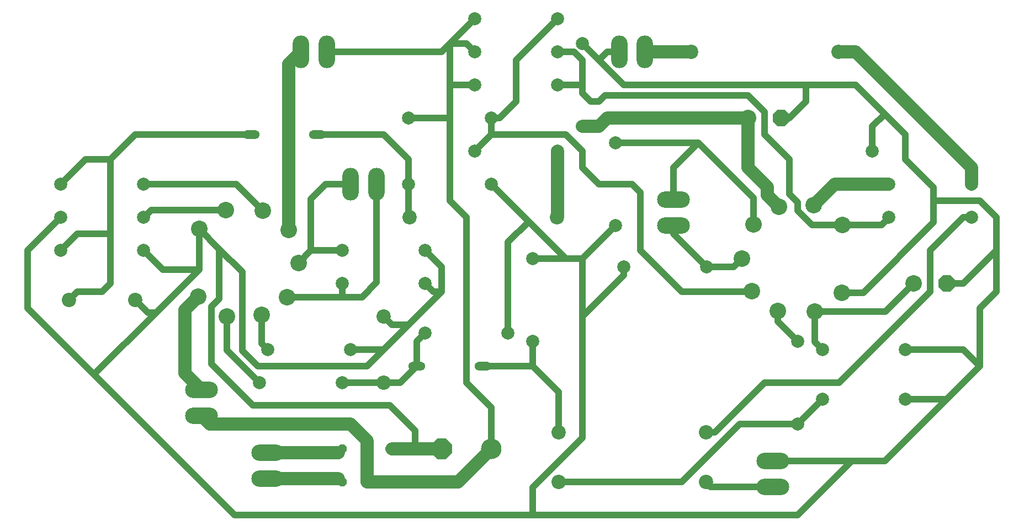
<source format=gbr>
%TF.GenerationSoftware,KiCad,Pcbnew,8.0.3*%
%TF.CreationDate,2024-07-11T22:05:08+03:00*%
%TF.ProjectId,main,6d61696e-2e6b-4696-9361-645f70636258,rev?*%
%TF.SameCoordinates,Original*%
%TF.FileFunction,Copper,L1,Top*%
%TF.FilePolarity,Positive*%
%FSLAX46Y46*%
G04 Gerber Fmt 4.6, Leading zero omitted, Abs format (unit mm)*
G04 Created by KiCad (PCBNEW 8.0.3) date 2024-07-11 22:05:08*
%MOMM*%
%LPD*%
G01*
G04 APERTURE LIST*
G04 Aperture macros list*
%AMOutline5P*
0 Free polygon, 5 corners , with rotation*
0 The origin of the aperture is its center*
0 number of corners: always 5*
0 $1 to $10 corner X, Y*
0 $11 Rotation angle, in degrees counterclockwise*
0 create outline with 5 corners*
4,1,5,$1,$2,$3,$4,$5,$6,$7,$8,$9,$10,$1,$2,$11*%
%AMOutline6P*
0 Free polygon, 6 corners , with rotation*
0 The origin of the aperture is its center*
0 number of corners: always 6*
0 $1 to $12 corner X, Y*
0 $13 Rotation angle, in degrees counterclockwise*
0 create outline with 6 corners*
4,1,6,$1,$2,$3,$4,$5,$6,$7,$8,$9,$10,$11,$12,$1,$2,$13*%
%AMOutline7P*
0 Free polygon, 7 corners , with rotation*
0 The origin of the aperture is its center*
0 number of corners: always 7*
0 $1 to $14 corner X, Y*
0 $15 Rotation angle, in degrees counterclockwise*
0 create outline with 7 corners*
4,1,7,$1,$2,$3,$4,$5,$6,$7,$8,$9,$10,$11,$12,$13,$14,$1,$2,$15*%
%AMOutline8P*
0 Free polygon, 8 corners , with rotation*
0 The origin of the aperture is its center*
0 number of corners: always 8*
0 $1 to $16 corner X, Y*
0 $17 Rotation angle, in degrees counterclockwise*
0 create outline with 8 corners*
4,1,8,$1,$2,$3,$4,$5,$6,$7,$8,$9,$10,$11,$12,$13,$14,$15,$16,$1,$2,$17*%
G04 Aperture macros list end*
%TA.AperFunction,ComponentPad*%
%ADD10C,2.000000*%
%TD*%
%TA.AperFunction,ComponentPad*%
%ADD11O,2.641600X1.320800*%
%TD*%
%TA.AperFunction,ComponentPad*%
%ADD12C,2.540000*%
%TD*%
%TA.AperFunction,ComponentPad*%
%ADD13O,5.029200X2.514600*%
%TD*%
%TA.AperFunction,ComponentPad*%
%ADD14C,3.149600*%
%TD*%
%TA.AperFunction,ComponentPad*%
%ADD15Outline8P,-1.574800X0.652304X-0.652304X1.574800X0.652304X1.574800X1.574800X0.652304X1.574800X-0.652304X0.652304X-1.574800X-0.652304X-1.574800X-1.574800X-0.652304X180.000000*%
%TD*%
%TA.AperFunction,ComponentPad*%
%ADD16C,2.200000*%
%TD*%
%TA.AperFunction,ComponentPad*%
%ADD17O,2.514600X5.029200*%
%TD*%
%TA.AperFunction,ComponentPad*%
%ADD18Outline8P,-1.270000X0.526051X-0.526051X1.270000X0.526051X1.270000X1.270000X0.526051X1.270000X-0.526051X0.526051X-1.270000X-0.526051X-1.270000X-1.270000X-0.526051X0.000000*%
%TD*%
%TA.AperFunction,ComponentPad*%
%ADD19C,1.320800*%
%TD*%
%TA.AperFunction,ComponentPad*%
%ADD20Outline8P,-0.660400X0.273547X-0.273547X0.660400X0.273547X0.660400X0.660400X0.273547X0.660400X-0.273547X0.273547X-0.660400X-0.273547X-0.660400X-0.660400X-0.273547X90.000000*%
%TD*%
%TA.AperFunction,Conductor*%
%ADD21C,1.000000*%
%TD*%
%TA.AperFunction,Conductor*%
%ADD22C,2.000000*%
%TD*%
G04 APERTURE END LIST*
D10*
%TO.P,R22,1,1*%
%TO.N,GND*%
X87630000Y-81280000D03*
%TO.P,R22,2,2*%
%TO.N,Net-(C9-Pad1)*%
X74930000Y-81280000D03*
%TD*%
%TO.P,R24,1,1*%
%TO.N,GND*%
X74930000Y-76200000D03*
%TO.P,R24,2,2*%
%TO.N,Net-(V2B-TK)*%
X87630000Y-76200000D03*
%TD*%
%TO.P,R23,1,1*%
%TO.N,Net-(C9-Pad1)*%
X74930000Y-71120000D03*
%TO.P,R23,2,2*%
%TO.N,Net-(V2B-TG)*%
X87630000Y-71120000D03*
%TD*%
%TO.P,R19,1,1*%
%TO.N,Net-(V1B-TA)*%
X151130000Y-45720000D03*
%TO.P,R19,2,2*%
%TO.N,Net-(B1-Pad+)*%
X138430000Y-45720000D03*
%TD*%
%TO.P,R18,1,1*%
%TO.N,Net-(V1B-TA)*%
X140970000Y-60960000D03*
%TO.P,R18,2,2*%
%TO.N,Net-(B1-Pad+)*%
X128270000Y-60960000D03*
%TD*%
D11*
%TO.P,D2,A,A*%
%TO.N,Net-(C8-Pad2)*%
X114300000Y-63500000D03*
%TO.P,D2,C,C*%
%TO.N,Net-(C9-Pad1)*%
X104140000Y-63500000D03*
%TD*%
D10*
%TO.P,R5,1,1*%
%TO.N,Net-(V1A-TA)*%
X151130000Y-55880000D03*
%TO.P,R5,2,2*%
%TO.N,Net-(B1-Pad+)*%
X138430000Y-55880000D03*
%TD*%
D12*
%TO.P,V2,1,TA*%
%TO.N,Net-(V2A-TA)*%
X96012000Y-88387000D03*
%TO.P,V2,2,TG*%
%TO.N,Net-(V2A-TG)*%
X100386000Y-91434000D03*
%TO.P,V2,3,TK*%
%TO.N,Net-(V2A-TK)*%
X105763000Y-91184000D03*
%TO.P,V2,4,H1*%
%TO.N,Net-(V2C-H1)*%
X109640000Y-88438000D03*
%TO.P,V2,5,H3*%
%TO.N,Net-(V2C-H3)*%
X111394000Y-83180000D03*
%TO.P,V2,6,TA*%
%TO.N,Net-(V2B-TA)*%
X109894000Y-78176000D03*
%TO.P,V2,7,TG*%
%TO.N,Net-(V2B-TG)*%
X105890000Y-75176000D03*
%TO.P,V2,8,TK*%
%TO.N,Net-(V2B-TK)*%
X100259000Y-75053000D03*
%TO.P,V2,9,H2*%
%TO.N,GND*%
X96139000Y-77973000D03*
%TD*%
D11*
%TO.P,D1,A,A*%
%TO.N,Net-(C3-Pad2)*%
X139700000Y-99060000D03*
%TO.P,D1,C,C*%
%TO.N,Net-(C4-Pad1)*%
X129540000Y-99060000D03*
%TD*%
D13*
%TO.P,J5,1,1*%
%TO.N,Net-(V1C-H3)*%
X168910000Y-77470000D03*
%TO.P,J5,2,2*%
%TO.N,Net-(V1C-H1)*%
X168910000Y-73507600D03*
%TD*%
%TO.P,J3,1,1*%
%TO.N,Net-(B1-PadAC2)*%
X106680000Y-116281200D03*
%TO.P,J3,2,2*%
%TO.N,Net-(B1-PadAC1)*%
X106680000Y-112318800D03*
%TD*%
D14*
%TO.P,C5,+,+*%
%TO.N,Net-(B1-Pad+)*%
X140970000Y-111760000D03*
D15*
%TO.P,C5,-,-*%
%TO.N,GND*%
X133350000Y-111760000D03*
%TD*%
D10*
%TO.P,R1,1,1*%
%TO.N,GND*%
X199390000Y-66040000D03*
%TO.P,R1,2,2*%
%TO.N,Net-(C1-Pad2)*%
X212090000Y-66040000D03*
%TD*%
%TO.P,R15,1,1*%
%TO.N,Net-(C6-Pad2)*%
X187960000Y-107950000D03*
%TO.P,R15,2,2*%
%TO.N,Net-(V1B-TG)*%
X187960000Y-95250000D03*
%TD*%
%TO.P,R7,1,1*%
%TO.N,GND*%
X147320000Y-82550000D03*
%TO.P,R7,2,2*%
%TO.N,Net-(C3-Pad2)*%
X147320000Y-95250000D03*
%TD*%
D16*
%TO.P,C1,1,1*%
%TO.N,Net-(C1-Pad1)*%
X171577000Y-50800000D03*
%TO.P,C1,2,2*%
%TO.N,Net-(C1-Pad2)*%
X194183000Y-50800000D03*
%TD*%
D13*
%TO.P,J2,1,1*%
%TO.N,Net-(V2A-TA)*%
X96520000Y-102717600D03*
%TO.P,J2,2,2*%
%TO.N,Net-(B1-Pad+)*%
X96520000Y-106680000D03*
%TD*%
D10*
%TO.P,R16,1,1*%
%TO.N,GND*%
X204470000Y-104140000D03*
%TO.P,R16,2,2*%
%TO.N,Net-(C6-Pad2)*%
X191770000Y-104140000D03*
%TD*%
%TO.P,R11,1,1*%
%TO.N,GND*%
X160020000Y-77470000D03*
%TO.P,R11,2,2*%
%TO.N,Net-(V1C-H1)*%
X160020000Y-64770000D03*
%TD*%
%TO.P,R21,1,1*%
%TO.N,GND*%
X140970000Y-71120000D03*
%TO.P,R21,2,2*%
%TO.N,Net-(C8-Pad2)*%
X128270000Y-71120000D03*
%TD*%
D17*
%TO.P,J4,1,1*%
%TO.N,Net-(V2C-H3)*%
X119380000Y-71120000D03*
%TO.P,J4,2,2*%
%TO.N,Net-(V2C-H1)*%
X123342400Y-71120000D03*
%TD*%
D16*
%TO.P,C3,1,1*%
%TO.N,Net-(C3-Pad1)*%
X173863000Y-109220000D03*
%TO.P,C3,2,2*%
%TO.N,Net-(C3-Pad2)*%
X151257000Y-109220000D03*
%TD*%
%TO.P,C4,1,1*%
%TO.N,Net-(C4-Pad1)*%
X124460000Y-101600000D03*
%TO.P,C4,2,2*%
%TO.N,GND*%
X124460000Y-91440000D03*
%TD*%
D10*
%TO.P,R10,1,1*%
%TO.N,GND*%
X119380000Y-96520000D03*
%TO.P,R10,2,2*%
%TO.N,Net-(V2A-TK)*%
X106680000Y-96520000D03*
%TD*%
%TO.P,R9,1,1*%
%TO.N,Net-(C4-Pad1)*%
X118110000Y-101600000D03*
%TO.P,R9,2,2*%
%TO.N,Net-(V2A-TG)*%
X105410000Y-101600000D03*
%TD*%
D12*
%TO.P,V1,1,TA*%
%TO.N,Net-(V1A-TA)*%
X194818000Y-77343000D03*
%TO.P,V1,2,TG*%
%TO.N,Net-(V1A-TG)*%
X190444000Y-74296000D03*
%TO.P,V1,3,TK*%
%TO.N,Net-(V1A-TK)*%
X185067000Y-74546000D03*
%TO.P,V1,4,H1*%
%TO.N,Net-(V1C-H1)*%
X181190000Y-77292000D03*
%TO.P,V1,5,H3*%
%TO.N,Net-(V1C-H3)*%
X179436000Y-82550000D03*
%TO.P,V1,6,TA*%
%TO.N,Net-(V1B-TA)*%
X180936000Y-87554000D03*
%TO.P,V1,7,TG*%
%TO.N,Net-(V1B-TG)*%
X184940000Y-90554000D03*
%TO.P,V1,8,TK*%
%TO.N,Net-(V1B-TK)*%
X190571000Y-90677000D03*
%TO.P,V1,9,H2*%
%TO.N,GND*%
X194691000Y-87757000D03*
%TD*%
D17*
%TO.P,J1,1,1*%
%TO.N,GND*%
X160578800Y-50800000D03*
%TO.P,J1,2,2*%
%TO.N,Net-(C1-Pad1)*%
X164541200Y-50800000D03*
%TD*%
D12*
%TO.P,C2,+,+*%
%TO.N,Net-(V1A-TK)*%
X180340000Y-60960000D03*
D18*
%TO.P,C2,-,-*%
%TO.N,GND*%
X185420000Y-60960000D03*
%TD*%
D19*
%TO.P,B1,+,+*%
%TO.N,Net-(B1-Pad+)*%
X125730000Y-116840000D03*
D20*
%TO.P,B1,-,-*%
%TO.N,GND*%
X125730000Y-111760000D03*
%TO.P,B1,AC1,AC1*%
%TO.N,Net-(B1-PadAC1)*%
X118110000Y-111760000D03*
%TO.P,B1,AC2,AC2*%
%TO.N,Net-(B1-PadAC2)*%
X118110000Y-116840000D03*
%TD*%
D10*
%TO.P,R8,1,1*%
%TO.N,GND*%
X143510000Y-93980000D03*
%TO.P,R8,2,2*%
%TO.N,Net-(C4-Pad1)*%
X130810000Y-93980000D03*
%TD*%
D16*
%TO.P,C6,1,1*%
%TO.N,Net-(C6-Pad1)*%
X173863000Y-116840000D03*
%TO.P,C6,2,2*%
%TO.N,Net-(C6-Pad2)*%
X151257000Y-116840000D03*
%TD*%
D17*
%TO.P,J7,1,1*%
%TO.N,Net-(V2B-TA)*%
X111760000Y-50800000D03*
%TO.P,J7,2,2*%
%TO.N,Net-(B1-Pad+)*%
X115722400Y-50800000D03*
%TD*%
D10*
%TO.P,R3,1,1*%
%TO.N,Net-(V1A-TA)*%
X151130000Y-50800000D03*
%TO.P,R3,2,2*%
%TO.N,Net-(B1-Pad+)*%
X138430000Y-50800000D03*
%TD*%
%TO.P,R20,1,1*%
%TO.N,Net-(V1B-TA)*%
X138430000Y-66040000D03*
%TO.P,R20,2,2*%
%TO.N,Net-(C8-Pad1)*%
X151130000Y-66040000D03*
%TD*%
D12*
%TO.P,C7,+,+*%
%TO.N,Net-(V1B-TK)*%
X205740000Y-86360000D03*
D18*
%TO.P,C7,-,-*%
%TO.N,GND*%
X210820000Y-86360000D03*
%TD*%
D16*
%TO.P,C9,1,1*%
%TO.N,Net-(C9-Pad1)*%
X76200000Y-88900000D03*
%TO.P,C9,2,2*%
%TO.N,GND*%
X86360000Y-88900000D03*
%TD*%
D10*
%TO.P,R14,1,1*%
%TO.N,Net-(V2C-H3)*%
X118110000Y-81280000D03*
%TO.P,R14,2,2*%
%TO.N,GND*%
X130810000Y-81280000D03*
%TD*%
D13*
%TO.P,J6,1,1*%
%TO.N,GND*%
X184150000Y-113588800D03*
%TO.P,J6,2,2*%
%TO.N,Net-(C6-Pad1)*%
X184150000Y-117551200D03*
%TD*%
D10*
%TO.P,R17,1,1*%
%TO.N,GND*%
X204470000Y-96520000D03*
%TO.P,R17,2,2*%
%TO.N,Net-(V1B-TK)*%
X191770000Y-96520000D03*
%TD*%
%TO.P,R4,1,1*%
%TO.N,GND*%
X154940000Y-49530000D03*
%TO.P,R4,2,2*%
%TO.N,Net-(V1A-TK)*%
X154940000Y-62230000D03*
%TD*%
D16*
%TO.P,C8,1,1*%
%TO.N,Net-(C8-Pad1)*%
X151003000Y-76200000D03*
%TO.P,C8,2,2*%
%TO.N,Net-(C8-Pad2)*%
X128397000Y-76200000D03*
%TD*%
D10*
%TO.P,R13,1,1*%
%TO.N,GND*%
X130810000Y-86360000D03*
%TO.P,R13,2,2*%
%TO.N,Net-(V2C-H1)*%
X118110000Y-86360000D03*
%TD*%
%TO.P,R12,1,1*%
%TO.N,Net-(V1C-H3)*%
X173990000Y-83820000D03*
%TO.P,R12,2,2*%
%TO.N,GND*%
X161290000Y-83820000D03*
%TD*%
%TO.P,R6,1,1*%
%TO.N,Net-(V1A-TA)*%
X201930000Y-76200000D03*
%TO.P,R6,2,2*%
%TO.N,Net-(C3-Pad1)*%
X214630000Y-76200000D03*
%TD*%
%TO.P,R2,1,1*%
%TO.N,Net-(C1-Pad2)*%
X214630000Y-71120000D03*
%TO.P,R2,2,2*%
%TO.N,Net-(V1A-TG)*%
X201930000Y-71120000D03*
%TD*%
D21*
%TO.N,GND*%
X143510000Y-93980000D02*
X143510000Y-80010000D01*
X143510000Y-80010000D02*
X146685000Y-76835000D01*
X146685000Y-76835000D02*
X152400000Y-82550000D01*
X140970000Y-71120000D02*
X146685000Y-76835000D01*
X147320000Y-82550000D02*
X152400000Y-82550000D01*
X154940000Y-82550000D02*
X160020000Y-77470000D01*
X161290000Y-85090000D02*
X154940000Y-91440000D01*
X161290000Y-83820000D02*
X161290000Y-85090000D01*
X154940000Y-91440000D02*
X154940000Y-110045730D01*
X154940000Y-82550000D02*
X154940000Y-91440000D01*
X154940000Y-110045730D02*
X153225730Y-111760000D01*
X152400000Y-82550000D02*
X154940000Y-82550000D01*
X147320000Y-117665730D02*
X147320000Y-121920000D01*
X153225730Y-111760000D02*
X147320000Y-117665730D01*
D22*
%TO.N,Net-(V1A-TK)*%
X158750000Y-60960000D02*
X180340000Y-60960000D01*
X154940000Y-62230000D02*
X157480000Y-62230000D01*
X157480000Y-62230000D02*
X158750000Y-60960000D01*
D21*
%TO.N,GND*%
X99253000Y-88707000D02*
X99253000Y-81087000D01*
X98016000Y-98740000D02*
X98016000Y-89944000D01*
X125400000Y-105080000D02*
X104356000Y-105080000D01*
X129262742Y-108942742D02*
X125400000Y-105080000D01*
X104356000Y-105080000D02*
X98016000Y-98740000D01*
X129262742Y-111760000D02*
X129262742Y-108942742D01*
X98016000Y-89944000D02*
X99253000Y-88707000D01*
D22*
X133350000Y-111760000D02*
X125730000Y-111760000D01*
%TO.N,Net-(B1-Pad+)*%
X97790000Y-107950000D02*
X96520000Y-106680000D01*
X121920000Y-110490000D02*
X119380000Y-107950000D01*
X119380000Y-107950000D02*
X97790000Y-107950000D01*
X121920000Y-116840000D02*
X121920000Y-110490000D01*
X125730000Y-116840000D02*
X121920000Y-116840000D01*
X135890000Y-116840000D02*
X140970000Y-111760000D01*
X125730000Y-116840000D02*
X135890000Y-116840000D01*
%TO.N,Net-(V2B-TA)*%
X109894000Y-52666000D02*
X111760000Y-50800000D01*
%TO.N,Net-(V1A-TK)*%
X183289999Y-72768999D02*
X185067000Y-74546000D01*
X183289999Y-71529999D02*
X183289999Y-72768999D01*
X180340000Y-68580000D02*
X183289999Y-71529999D01*
%TO.N,Net-(V1A-TG)*%
X193620000Y-71120000D02*
X190444000Y-74296000D01*
%TO.N,Net-(C1-Pad2)*%
X214630000Y-68580000D02*
X214630000Y-71120000D01*
X212090000Y-66040000D02*
X214630000Y-68580000D01*
X210820000Y-64770000D02*
X212090000Y-66040000D01*
X196850000Y-50800000D02*
X210820000Y-64770000D01*
%TO.N,Net-(V2A-TA)*%
X93980000Y-100177600D02*
X96012000Y-102209600D01*
X93980000Y-90419000D02*
X93980000Y-100177600D01*
X96012000Y-88387000D02*
X93980000Y-90419000D01*
%TO.N,Net-(C1-Pad2)*%
X196850000Y-50800000D02*
X194183000Y-50800000D01*
D21*
%TO.N,GND*%
X199390000Y-66040000D02*
X199390000Y-62230000D01*
X199390000Y-62230000D02*
X201295000Y-60325000D01*
%TO.N,Net-(B1-Pad+)*%
X128270000Y-60960000D02*
X134620000Y-60960000D01*
X134620000Y-60960000D02*
X134620000Y-73660000D01*
X134620000Y-55880000D02*
X134620000Y-60960000D01*
X133350000Y-50800000D02*
X134620000Y-49530000D01*
X115722400Y-50800000D02*
X133350000Y-50800000D01*
X115722400Y-50800000D02*
X121920000Y-50800000D01*
%TO.N,GND*%
X213360000Y-96520000D02*
X215900000Y-99060000D01*
X204470000Y-96520000D02*
X213360000Y-96520000D01*
X189230000Y-58420000D02*
X189230000Y-55880000D01*
X186690000Y-60960000D02*
X189230000Y-58420000D01*
X185420000Y-60960000D02*
X186690000Y-60960000D01*
%TO.N,Net-(C6-Pad2)*%
X179070000Y-107950000D02*
X187960000Y-107950000D01*
X170180000Y-116840000D02*
X179070000Y-107950000D01*
X151257000Y-116840000D02*
X170180000Y-116840000D01*
%TO.N,Net-(V2C-H3)*%
X115570000Y-71120000D02*
X119380000Y-71120000D01*
X113294000Y-73396000D02*
X115570000Y-71120000D01*
X113294000Y-81280000D02*
X113294000Y-73396000D01*
%TO.N,Net-(V2C-H1)*%
X118110000Y-86360000D02*
X118110000Y-88438000D01*
X118110000Y-88438000D02*
X121112000Y-88438000D01*
X109640000Y-88438000D02*
X118110000Y-88438000D01*
X123342400Y-86207600D02*
X123342400Y-82397600D01*
X121112000Y-88438000D02*
X123342400Y-86207600D01*
%TO.N,GND*%
X160578800Y-50800000D02*
X158750000Y-50800000D01*
X158750000Y-50800000D02*
X157480000Y-52070000D01*
X157480000Y-52070000D02*
X161290000Y-55880000D01*
X154940000Y-49530000D02*
X157480000Y-52070000D01*
X161290000Y-55880000D02*
X164401500Y-55880000D01*
X201295000Y-60325000D02*
X196850000Y-55880000D01*
X204470000Y-63500000D02*
X201295000Y-60325000D01*
X208788000Y-71628000D02*
X204470000Y-67310000D01*
X204470000Y-67310000D02*
X204470000Y-63500000D01*
X196850000Y-55880000D02*
X189230000Y-55880000D01*
X208788000Y-73660000D02*
X208788000Y-71628000D01*
X189230000Y-55880000D02*
X184150000Y-55880000D01*
X218440000Y-87630000D02*
X218440000Y-81280000D01*
X215900000Y-99060000D02*
X215900000Y-90170000D01*
X212090000Y-102870000D02*
X215900000Y-99060000D01*
X215900000Y-90170000D02*
X218440000Y-87630000D01*
X210820000Y-104140000D02*
X212090000Y-102870000D01*
X204470000Y-104140000D02*
X210820000Y-104140000D01*
X201371200Y-113588800D02*
X212090000Y-102870000D01*
X213360000Y-86360000D02*
X218440000Y-81280000D01*
X210820000Y-86360000D02*
X213360000Y-86360000D01*
X196291200Y-113588800D02*
X201371200Y-113588800D01*
X187960000Y-121920000D02*
X196291200Y-113588800D01*
X195580000Y-113588800D02*
X201371200Y-113588800D01*
X195580000Y-113588800D02*
X196291200Y-113588800D01*
X184150000Y-113588800D02*
X195580000Y-113588800D01*
%TO.N,Net-(C3-Pad2)*%
X147320000Y-95250000D02*
X147320000Y-99060000D01*
X151257000Y-102997000D02*
X151257000Y-109220000D01*
X147320000Y-99060000D02*
X151257000Y-102997000D01*
X139700000Y-99060000D02*
X147320000Y-99060000D01*
%TO.N,GND*%
X218440000Y-76200000D02*
X215900000Y-73660000D01*
X215900000Y-73660000D02*
X208788000Y-73660000D01*
X218440000Y-81280000D02*
X218440000Y-76200000D01*
%TO.N,Net-(V1B-TA)*%
X163830000Y-81280000D02*
X170180000Y-87630000D01*
X180860000Y-87630000D02*
X180936000Y-87554000D01*
X154940000Y-68580000D02*
X157480000Y-71120000D01*
X152374791Y-63500000D02*
X154940000Y-66065209D01*
X163830000Y-72390000D02*
X163830000Y-81280000D01*
X157480000Y-71120000D02*
X162560000Y-71120000D01*
X140970000Y-63500000D02*
X152374791Y-63500000D01*
X154940000Y-66065209D02*
X154940000Y-68580000D01*
X170180000Y-87630000D02*
X180860000Y-87630000D01*
X162560000Y-71120000D02*
X163830000Y-72390000D01*
%TO.N,Net-(V1C-H1)*%
X168910000Y-68580000D02*
X172720000Y-64770000D01*
X168910000Y-73507600D02*
X168910000Y-68580000D01*
%TO.N,Net-(C3-Pad1)*%
X213360000Y-76200000D02*
X214630000Y-76200000D01*
X208280000Y-87630000D02*
X208280000Y-81280000D01*
X194310000Y-101600000D02*
X208280000Y-87630000D01*
X182880000Y-101600000D02*
X194310000Y-101600000D01*
X175260000Y-109220000D02*
X182880000Y-101600000D01*
X208280000Y-81280000D02*
X213360000Y-76200000D01*
X173863000Y-109220000D02*
X175260000Y-109220000D01*
%TO.N,Net-(V1A-TA)*%
X190139313Y-77343000D02*
X194818000Y-77343000D01*
X187960000Y-75163687D02*
X190139313Y-77343000D01*
X187960000Y-73937258D02*
X187960000Y-75163687D01*
X186690000Y-72667258D02*
X187960000Y-73937258D01*
X186690000Y-67310000D02*
X186690000Y-72667258D01*
X182880000Y-63500000D02*
X186690000Y-67310000D01*
X156210000Y-58420000D02*
X157480000Y-58420000D01*
X158420000Y-57480000D02*
X180340000Y-57480000D01*
X154940000Y-57150000D02*
X156210000Y-58420000D01*
X180340000Y-57480000D02*
X182880000Y-60020000D01*
X182880000Y-60020000D02*
X182880000Y-63500000D01*
X154940000Y-55880000D02*
X154940000Y-57150000D01*
X157480000Y-58420000D02*
X158420000Y-57480000D01*
%TO.N,Net-(B1-Pad+)*%
X134620000Y-49530000D02*
X134620000Y-55880000D01*
X134620000Y-49530000D02*
X138430000Y-45720000D01*
%TO.N,Net-(C9-Pad1)*%
X86360000Y-63500000D02*
X104140000Y-63500000D01*
X82550000Y-67310000D02*
X86360000Y-63500000D01*
X74930000Y-71120000D02*
X78740000Y-67310000D01*
X82550000Y-78740000D02*
X82550000Y-67310000D01*
X78740000Y-67310000D02*
X82550000Y-67310000D01*
X77470000Y-78740000D02*
X82550000Y-78740000D01*
X74930000Y-81280000D02*
X77470000Y-78740000D01*
X82550000Y-86360000D02*
X82550000Y-78740000D01*
X81280000Y-87630000D02*
X82550000Y-86360000D01*
X77470000Y-87630000D02*
X81280000Y-87630000D01*
X76200000Y-88900000D02*
X77470000Y-87630000D01*
%TO.N,GND*%
X101600000Y-121920000D02*
X147320000Y-121920000D01*
X80010000Y-100330000D02*
X101600000Y-121920000D01*
X80010000Y-100330000D02*
X69850000Y-90170000D01*
X69850000Y-90170000D02*
X69850000Y-81280000D01*
X69850000Y-81280000D02*
X74930000Y-76200000D01*
X197993000Y-87757000D02*
X208788000Y-76962000D01*
X208788000Y-76962000D02*
X208788000Y-73660000D01*
X194691000Y-87757000D02*
X197993000Y-87757000D01*
%TO.N,Net-(B1-Pad+)*%
X140970000Y-105410000D02*
X140970000Y-111760000D01*
X137160000Y-101600000D02*
X140970000Y-105410000D01*
X134620000Y-73660000D02*
X137160000Y-76200000D01*
X137160000Y-76200000D02*
X137160000Y-101600000D01*
%TO.N,Net-(V1A-TA)*%
X154940000Y-55880000D02*
X151130000Y-55880000D01*
%TO.N,Net-(V2C-H1)*%
X123342400Y-82397600D02*
X123342400Y-71120000D01*
%TO.N,GND*%
X88265000Y-90805000D02*
X89535000Y-90805000D01*
X89535000Y-90805000D02*
X80010000Y-100330000D01*
X86360000Y-88900000D02*
X88265000Y-90805000D01*
X96139000Y-84201000D02*
X89535000Y-90805000D01*
X90551000Y-84201000D02*
X96139000Y-84201000D01*
X87630000Y-81280000D02*
X90551000Y-84201000D01*
X96139000Y-77973000D02*
X96139000Y-84201000D01*
X125730000Y-92710000D02*
X128270000Y-92710000D01*
X124460000Y-91440000D02*
X125730000Y-92710000D01*
X128270000Y-92710000D02*
X133350000Y-87630000D01*
X124460000Y-96520000D02*
X128270000Y-92710000D01*
X132080000Y-87630000D02*
X133350000Y-87630000D01*
X130810000Y-86360000D02*
X132080000Y-87630000D01*
X133350000Y-87630000D02*
X133350000Y-83820000D01*
X133350000Y-83820000D02*
X130810000Y-81280000D01*
X119380000Y-96520000D02*
X124460000Y-96520000D01*
%TO.N,Net-(C6-Pad1)*%
X174574200Y-117551200D02*
X173863000Y-116840000D01*
X184150000Y-117551200D02*
X174574200Y-117551200D01*
%TO.N,GND*%
X147320000Y-121920000D02*
X187960000Y-121920000D01*
%TO.N,Net-(V2A-TA)*%
X96012000Y-102209600D02*
X96520000Y-102717600D01*
%TO.N,Net-(B1-PadAC2)*%
X117551200Y-116281200D02*
X118110000Y-116840000D01*
D22*
X106680000Y-116281200D02*
X117551200Y-116281200D01*
D21*
%TO.N,Net-(B1-PadAC1)*%
X117551200Y-112318800D02*
X118110000Y-111760000D01*
D22*
X106680000Y-112318800D02*
X117551200Y-112318800D01*
D21*
%TO.N,Net-(C8-Pad2)*%
X128270000Y-67310000D02*
X128270000Y-71120000D01*
X114300000Y-63500000D02*
X124460000Y-63500000D01*
X124460000Y-63500000D02*
X128270000Y-67310000D01*
%TO.N,Net-(V1B-TA)*%
X142240000Y-60960000D02*
X140970000Y-60960000D01*
X144780000Y-58420000D02*
X142240000Y-60960000D01*
X144780000Y-52070000D02*
X144780000Y-58420000D01*
X151130000Y-45720000D02*
X144780000Y-52070000D01*
%TO.N,GND*%
X164401500Y-55880000D02*
X184150000Y-55880000D01*
X160578800Y-50800000D02*
X160578800Y-52057300D01*
%TO.N,Net-(V1C-H3)*%
X168910000Y-78740000D02*
X173990000Y-83820000D01*
X168910000Y-77470000D02*
X168910000Y-78740000D01*
%TO.N,Net-(V1C-H1)*%
X181190000Y-73240000D02*
X181190000Y-77292000D01*
X172720000Y-64770000D02*
X181190000Y-73240000D01*
X160020000Y-64770000D02*
X172720000Y-64770000D01*
%TO.N,GND*%
X99253000Y-81087000D02*
X96139000Y-77973000D01*
D22*
%TO.N,Net-(C1-Pad1)*%
X164541200Y-50800000D02*
X171577000Y-50800000D01*
%TO.N,Net-(V1A-TK)*%
X180340000Y-60960000D02*
X180340000Y-68580000D01*
D21*
%TO.N,Net-(C8-Pad1)*%
X151130000Y-76073000D02*
X151003000Y-76200000D01*
D22*
X151130000Y-66040000D02*
X151130000Y-76073000D01*
D21*
%TO.N,Net-(V1B-TA)*%
X140970000Y-63500000D02*
X138430000Y-66040000D01*
X140970000Y-60960000D02*
X140970000Y-63500000D01*
%TO.N,Net-(B1-Pad+)*%
X134620000Y-55880000D02*
X138430000Y-55880000D01*
X137160000Y-49530000D02*
X138430000Y-50800000D01*
X134620000Y-49530000D02*
X137160000Y-49530000D01*
%TO.N,Net-(V1C-H3)*%
X178166000Y-83820000D02*
X179436000Y-82550000D01*
X173990000Y-83820000D02*
X178166000Y-83820000D01*
%TO.N,Net-(C8-Pad2)*%
X128270000Y-76073000D02*
X128397000Y-76200000D01*
X128270000Y-71120000D02*
X128270000Y-76073000D01*
%TO.N,Net-(V2C-H3)*%
X116840000Y-81280000D02*
X113294000Y-81280000D01*
X118110000Y-81280000D02*
X116840000Y-81280000D01*
%TO.N,Net-(V1B-TK)*%
X201423000Y-90677000D02*
X205740000Y-86360000D01*
X190571000Y-90677000D02*
X201423000Y-90677000D01*
%TO.N,Net-(C4-Pad1)*%
X129540000Y-95250000D02*
X130810000Y-93980000D01*
X129540000Y-99060000D02*
X129540000Y-95250000D01*
X127000000Y-101600000D02*
X129540000Y-99060000D01*
X124460000Y-101600000D02*
X127000000Y-101600000D01*
X118110000Y-101600000D02*
X124460000Y-101600000D01*
%TO.N,Net-(C6-Pad2)*%
X187960000Y-107950000D02*
X191770000Y-104140000D01*
%TO.N,Net-(V1B-TG)*%
X184940000Y-92230000D02*
X187960000Y-95250000D01*
X184940000Y-90554000D02*
X184940000Y-92230000D01*
%TO.N,Net-(V1B-TK)*%
X190571000Y-95321000D02*
X191770000Y-96520000D01*
X190571000Y-90677000D02*
X190571000Y-95321000D01*
D22*
%TO.N,Net-(V1A-TG)*%
X201930000Y-71120000D02*
X193620000Y-71120000D01*
D21*
%TO.N,Net-(V1A-TA)*%
X200787000Y-77343000D02*
X201930000Y-76200000D01*
X194818000Y-77343000D02*
X200787000Y-77343000D01*
D22*
%TO.N,Net-(V2B-TA)*%
X109894000Y-78176000D02*
X109894000Y-52666000D01*
D21*
%TO.N,Net-(V2A-TG)*%
X100386000Y-96576000D02*
X105410000Y-101600000D01*
X100386000Y-91434000D02*
X100386000Y-96576000D01*
%TO.N,Net-(V2A-TK)*%
X105763000Y-95603000D02*
X106680000Y-96520000D01*
X105763000Y-91184000D02*
X105763000Y-95603000D01*
%TO.N,Net-(V2B-TK)*%
X88777000Y-75053000D02*
X100259000Y-75053000D01*
X87630000Y-76200000D02*
X88777000Y-75053000D01*
%TO.N,Net-(V2B-TG)*%
X101834000Y-71120000D02*
X105890000Y-75176000D01*
X87630000Y-71120000D02*
X101834000Y-71120000D01*
%TO.N,Net-(V2C-H3)*%
X113294000Y-81280000D02*
X111394000Y-83180000D01*
%TO.N,Net-(V1A-TA)*%
X154940000Y-52070000D02*
X154940000Y-55880000D01*
X153670000Y-50800000D02*
X154940000Y-52070000D01*
X151130000Y-50800000D02*
X153670000Y-50800000D01*
%TO.N,GND*%
X105132742Y-99060000D02*
X121920000Y-99060000D01*
X121920000Y-99060000D02*
X124460000Y-96520000D01*
X102756000Y-96683258D02*
X105132742Y-99060000D01*
X99253000Y-81087000D02*
X102756000Y-84590000D01*
X102756000Y-84590000D02*
X102756000Y-96683258D01*
%TD*%
M02*

</source>
